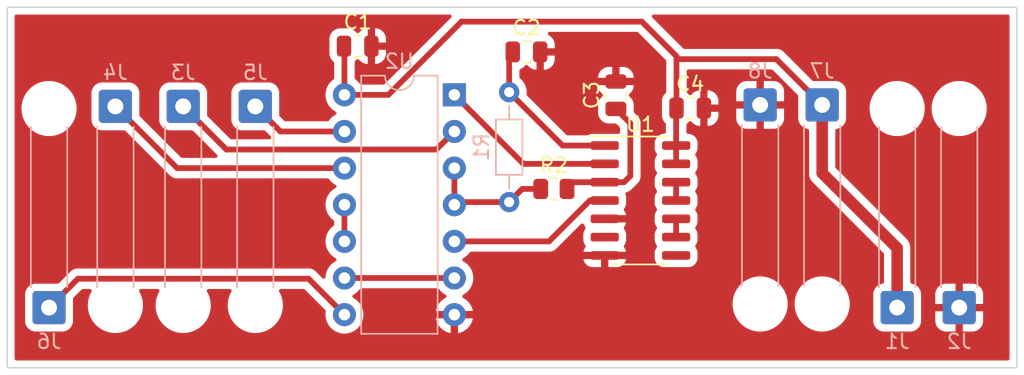
<source format=kicad_pcb>
(kicad_pcb (version 20211014) (generator pcbnew)
  (layers (0 "F.Cu" signal) (31 "B.Cu" signal) (34 "B.Paste" user) (35 "F.Paste" user) (36 "B.SilkS" user "B.Silkscreen") (37 "F.SilkS" user "F.Silkscreen") (38 "B.Mask" user) (39 "F.Mask" user) (44 "Edge.Cuts" user))
  (net 0 "")
  (net 1 "VCC")
  (net 2 "GND")
  (net 3 "Net-(U1-Pad1)")
  (net 4 "Net-(U1-Pad3)")
  (net 5 "Net-(U2-Pad2)")
  (net 6 "Net-(U2-Pad12)")
  (net 7 "Net-(U2-Pad13)")
  (net 8 "Net-(U2-Pad8)")
  (net 9 "Net-(U2-Pad3)")
  (net 10 "Net-(U2-Pad1)")
  (net 11 "Net-(U1-Pad4)")
  (net 14 "Net-(U2-Pad9)")
  (net 15 "Net-(U2-Pad10)")
  (net 16 "Net-(U1-Pad10)")
  (net 17 "Net-(U1-Pad12)")
  (footprint "Capacitor_SMD:C_0805_2012Metric" (layer "F.Cu") (at 160.3 65.7)
    (fp_text reference "C1" (at 0 -1.68) (layer "F.SilkS"))
    (fp_text value "0.1")
    (fp_line (start -0.261252 0.735) (end 0.261252 0.735) (layer "F.SilkS") (width 0.12))
    (fp_line (start -0.261252 -0.735) (end 0.261252 -0.735) (layer "F.SilkS") (width 0.12))
    (pad "1" smd roundrect (at -0.95 0) (size 1 1.45) (layers "F.Cu" "F.Paste" "F.Mask") (net 1 "VCC"))
    (pad "2" smd roundrect (at 0.95 0) (size 1 1.45) (layers "F.Cu" "F.Paste" "F.Mask") (net 2 "GND"))
  )
  (footprint "Capacitor_SMD:C_0805_2012Metric" (layer "F.Cu") (at 183.35 70)
    (fp_text reference "C4" (at 0 -1.68) (layer "F.SilkS"))
    (fp_text value "0.1")
    (fp_line (start -0.261252 -0.735) (end 0.261252 -0.735) (layer "F.SilkS") (width 0.12))
    (fp_line (start -0.261252 0.735) (end 0.261252 0.735) (layer "F.SilkS") (width 0.12))
    (pad "1" smd roundrect (at -0.95 0) (size 1 1.45) (layers "F.Cu" "F.Paste" "F.Mask") (net 1 "VCC"))
    (pad "2" smd roundrect (at 0.95 0) (size 1 1.45) (layers "F.Cu" "F.Paste" "F.Mask") (net 2 "GND"))
  )
  (footprint "Capacitor_SMD:C_0805_2012Metric" (layer "F.Cu") (at 172 66.1)
    (fp_text reference "C2" (at 0 -1.68) (layer "F.SilkS"))
    (fp_text value "0.1")
    (fp_line (start -0.261252 0.735) (end 0.261252 0.735) (layer "F.SilkS") (width 0.12))
    (fp_line (start -0.261252 -0.735) (end 0.261252 -0.735) (layer "F.SilkS") (width 0.12))
    (pad "1" smd roundrect (at -0.95 0) (size 1 1.45) (layers "F.Cu" "F.Paste" "F.Mask") (net 3 "Net-(U1-Pad1)"))
    (pad "2" smd roundrect (at 0.95 0) (size 1 1.45) (layers "F.Cu" "F.Paste" "F.Mask") (net 2 "GND"))
  )
  (footprint "Capacitor_SMD:C_0805_2012Metric" (layer "F.Cu") (at 178.2 69.1 90)
    (fp_text reference "C3" (at 0 -1.68 90) (layer "F.SilkS"))
    (fp_text value "330")
    (fp_line (start -0.261252 -0.735) (end 0.261252 -0.735) (layer "F.SilkS") (width 0.12))
    (fp_line (start -0.261252 0.735) (end 0.261252 0.735) (layer "F.SilkS") (width 0.12))
    (pad "1" smd roundrect (at -0.95 0 90) (size 1 1.45) (layers "F.Cu" "F.Paste" "F.Mask") (net 4 "Net-(U1-Pad3)"))
    (pad "2" smd roundrect (at 0.95 0 90) (size 1 1.45) (layers "F.Cu" "F.Paste" "F.Mask") (net 2 "GND"))
  )
  (footprint "Resistor_SMD:R_0805_2012Metric" (layer "F.Cu") (at 173.9 75.6)
    (fp_text reference "R2" (at 0 -1.65) (layer "F.SilkS"))
    (fp_text value "300")
    (fp_line (start -0.227064 0.735) (end 0.227064 0.735) (layer "F.SilkS") (width 0.12))
    (fp_line (start -0.227064 -0.735) (end 0.227064 -0.735) (layer "F.SilkS") (width 0.12))
    (pad "1" smd roundrect (at -0.9125 0) (size 1.025 1.4) (layers "F.Cu" "F.Paste" "F.Mask") (roundrect_rratio 0.243902439) (net 9 "Net-(U2-Pad3)"))
    (pad "2" smd roundrect (at 0.9125 0) (size 1.025 1.4) (layers "F.Cu" "F.Paste" "F.Mask") (roundrect_rratio 0.243902439) (net 4 "Net-(U1-Pad3)"))
  )
  (footprint "Package_SO:SOIC-14_3.9x8.7mm_P1.27mm" (layer "F.Cu") (at 179.9 76.4)
    (fp_text reference "U1" (at 0 -5.28) (layer "F.SilkS"))
    (fp_text value "74HC14")
    (fp_line (start 0 4.435) (end -1.95 4.435) (layer "F.SilkS") (width 0.12))
    (fp_line (start 0 -4.435) (end 1.95 -4.435) (layer "F.SilkS") (width 0.12))
    (fp_line (start 0 -4.435) (end -3.45 -4.435) (layer "F.SilkS") (width 0.12))
    (fp_line (start 0 4.435) (end 1.95 4.435) (layer "F.SilkS") (width 0.12))
    (pad "1" smd roundrect (at -2.475 -3.81) (size 1.95 0.6) (layers "F.Cu" "F.Paste" "F.Mask") (net 3 "Net-(U1-Pad1)"))
    (pad "2" smd roundrect (at -2.475 -2.54) (size 1.95 0.6) (layers "F.Cu" "F.Paste" "F.Mask") (net 10 "Net-(U2-Pad1)"))
    (pad "3" smd roundrect (at -2.475 -1.27) (size 1.95 0.6) (layers "F.Cu" "F.Paste" "F.Mask") (net 4 "Net-(U1-Pad3)"))
    (pad "4" smd roundrect (at -2.475 0) (size 1.95 0.6) (layers "F.Cu" "F.Paste" "F.Mask") (net 11 "Net-(U1-Pad4)"))
    (pad "5" smd roundrect (at -2.475 1.27) (size 1.95 0.6) (layers "F.Cu" "F.Paste" "F.Mask") (net 2 "GND"))
    (pad "6" smd roundrect (at -2.475 2.54) (size 1.95 0.6) (layers "F.Cu" "F.Paste" "F.Mask"))
    (pad "7" smd roundrect (at -2.475 3.81) (size 1.95 0.6) (layers "F.Cu" "F.Paste" "F.Mask") (net 2 "GND"))
    (pad "8" smd roundrect (at 2.475 3.81) (size 1.95 0.6) (layers "F.Cu" "F.Paste" "F.Mask"))
    (pad "9" smd roundrect (at 2.475 2.54) (size 1.95 0.6) (layers "F.Cu" "F.Paste" "F.Mask") (net 16 "Net-(U1-Pad10)"))
    (pad "10" smd roundrect (at 2.475 1.27) (size 1.95 0.6) (layers "F.Cu" "F.Paste" "F.Mask") (net 16 "Net-(U1-Pad10)"))
    (pad "11" smd roundrect (at 2.475 0) (size 1.95 0.6) (layers "F.Cu" "F.Paste" "F.Mask") (net 17 "Net-(U1-Pad12)"))
    (pad "12" smd roundrect (at 2.475 -1.27) (size 1.95 0.6) (layers "F.Cu" "F.Paste" "F.Mask") (net 17 "Net-(U1-Pad12)"))
    (pad "13" smd roundrect (at 2.475 -2.54) (size 1.95 0.6) (layers "F.Cu" "F.Paste" "F.Mask") (net 1 "VCC"))
    (pad "14" smd roundrect (at 2.475 -3.81) (size 1.95 0.6) (layers "F.Cu" "F.Paste" "F.Mask") (net 1 "VCC"))
  )
  (footprint "Connector_Wire:SolderWire-0.5sqmm_1x01_D0.9mm_OD2.3mm_Relief" (layer "B.Cu") (at 202 83.825)
    (fp_text reference "J2" (at 0 2.35) (layer "B.SilkS") (effects (justify mirror)))
    (fp_text value "gnd")
    (fp_line (start 1.26 -1.41) (end 1.26 -12.54) (layer "B.SilkS") (width 0.12))
    (fp_line (start -1.26 -1.41) (end -1.26 -12.54) (layer "B.SilkS") (width 0.12))
    (pad "" np_thru_hole circle (at 0 -13.8) (size 2.8 2.8) (drill 2.8) (layers *.Cu *.Mask))
    (pad "1" thru_hole roundrect (at 0 0) (size 2.3 2.3) (drill 1.1) (layers *.Cu *.Mask) (roundrect_rratio 0.108696087) (net 2 "GND"))
  )
  (footprint "Connector_Wire:SolderWire-0.5sqmm_1x01_D0.9mm_OD2.3mm_Relief" (layer "B.Cu") (at 148.2 69.875 180)
    (fp_text reference "J3" (at 0 2.35) (layer "B.SilkS") (effects (justify mirror)))
    (fp_text value "nlp_disa")
    (fp_line (start -1.26 -1.41) (end -1.26 -12.54) (layer "B.SilkS") (width 0.12))
    (fp_line (start 1.26 -1.41) (end 1.26 -12.54) (layer "B.SilkS") (width 0.12))
    (pad "" np_thru_hole circle (at 0 -13.8 180) (size 2.8 2.8) (drill 2.8) (layers *.Cu *.Mask))
    (pad "1" thru_hole roundrect (at 0 0 180) (size 2.3 2.3) (drill 1.1) (layers *.Cu *.Mask) (roundrect_rratio 0.108696087) (net 5 "Net-(U2-Pad2)"))
  )
  (footprint "Connector_Wire:SolderWire-0.5sqmm_1x01_D0.9mm_OD2.3mm_Relief" (layer "B.Cu") (at 143.5 69.875 180)
    (fp_text reference "J4" (at 0 2.35) (layer "B.SilkS") (effects (justify mirror)))
    (fp_text value "sck")
    (fp_line (start -1.26 -1.41) (end -1.26 -12.54) (layer "B.SilkS") (width 0.12))
    (fp_line (start 1.26 -1.41) (end 1.26 -12.54) (layer "B.SilkS") (width 0.12))
    (pad "" np_thru_hole circle (at 0 -13.8 180) (size 2.8 2.8) (drill 2.8) (layers *.Cu *.Mask))
    (pad "1" thru_hole roundrect (at 0 0 180) (size 2.3 2.3) (drill 1.1) (layers *.Cu *.Mask) (roundrect_rratio 0.108696087) (net 6 "Net-(U2-Pad12)"))
  )
  (footprint "Connector_Wire:SolderWire-0.5sqmm_1x01_D0.9mm_OD2.3mm_Relief" (layer "B.Cu") (at 192.5 69.775 180)
    (fp_text reference "J7" (at 0 2.35) (layer "B.SilkS") (effects (justify mirror)))
    (fp_text value "vcc")
    (fp_line (start 1.26 -1.41) (end 1.26 -12.54) (layer "B.SilkS") (width 0.12))
    (fp_line (start -1.26 -1.41) (end -1.26 -12.54) (layer "B.SilkS") (width 0.12))
    (pad "" np_thru_hole circle (at 0 -13.8 180) (size 2.8 2.8) (drill 2.8) (layers *.Cu *.Mask))
    (pad "1" thru_hole roundrect (at 0 0 180) (size 2.3 2.3) (drill 1.1) (layers *.Cu *.Mask) (roundrect_rratio 0.108696087) (net 1 "VCC"))
  )
  (footprint "Connector_Wire:SolderWire-0.5sqmm_1x01_D0.9mm_OD2.3mm_Relief" (layer "B.Cu") (at 153.2 69.875 180)
    (fp_text reference "J5" (at 0 2.35) (layer "B.SilkS") (effects (justify mirror)))
    (fp_text value "mosi")
    (fp_line (start -1.26 -1.41) (end -1.26 -12.54) (layer "B.SilkS") (width 0.12))
    (fp_line (start 1.26 -1.41) (end 1.26 -12.54) (layer "B.SilkS") (width 0.12))
    (pad "" np_thru_hole circle (at 0 -13.8 180) (size 2.8 2.8) (drill 2.8) (layers *.Cu *.Mask))
    (pad "1" thru_hole roundrect (at 0 0 180) (size 2.3 2.3) (drill 1.1) (layers *.Cu *.Mask) (roundrect_rratio 0.108696087) (net 7 "Net-(U2-Pad13)"))
  )
  (footprint "Package_DIP:DIP-14_W7.62mm" (layer "B.Cu") (at 167 69.075 180)
    (fp_text reference "U2" (at 3.81 2.33) (layer "B.SilkS") (effects (justify mirror)))
    (fp_text value "74HCT86")
    (fp_line (start 1.16 1.33) (end 1.16 -16.57) (layer "B.SilkS") (width 0.12))
    (fp_line (start 6.46 -16.57) (end 6.46 1.33) (layer "B.SilkS") (width 0.12))
    (fp_line (start 2.81 1.33) (end 1.16 1.33) (layer "B.SilkS") (width 0.12))
    (fp_line (start 6.46 1.33) (end 4.81 1.33) (layer "B.SilkS") (width 0.12))
    (fp_line (start 1.16 -16.57) (end 6.46 -16.57) (layer "B.SilkS") (width 0.12))
    (fp_arc (start 2.81 1.33) (mid 3.81 0.33) (end 4.81 1.33) (layer "B.SilkS") (width 0.12))
    (pad "1" thru_hole rect (at 0 0 180) (size 1.6 1.6) (drill 0.8) (layers *.Cu *.Mask) (net 10 "Net-(U2-Pad1)"))
    (pad "2" thru_hole oval (at 0 -2.54 180) (size 1.6 1.6) (drill 0.8) (layers *.Cu *.Mask) (net 5 "Net-(U2-Pad2)"))
    (pad "3" thru_hole oval (at 0 -5.08 180) (size 1.6 1.6) (drill 0.8) (layers *.Cu *.Mask) (net 9 "Net-(U2-Pad3)"))
    (pad "4" thru_hole oval (at 0 -7.62 180) (size 1.6 1.6) (drill 0.8) (layers *.Cu *.Mask) (net 9 "Net-(U2-Pad3)"))
    (pad "5" thru_hole oval (at 0 -10.16 180) (size 1.6 1.6) (drill 0.8) (layers *.Cu *.Mask) (net 11 "Net-(U1-Pad4)"))
    (pad "6" thru_hole oval (at 0 -12.7 180) (size 1.6 1.6) (drill 0.8) (layers *.Cu *.Mask) (net 14 "Net-(U2-Pad9)"))
    (pad "7" thru_hole oval (at 0 -15.24 180) (size 1.6 1.6) (drill 0.8) (layers *.Cu *.Mask) (net 2 "GND"))
    (pad "8" thru_hole oval (at 7.62 -15.24 180) (size 1.6 1.6) (drill 0.8) (layers *.Cu *.Mask) (net 8 "Net-(U2-Pad8)"))
    (pad "9" thru_hole oval (at 7.62 -12.7 180) (size 1.6 1.6) (drill 0.8) (layers *.Cu *.Mask) (net 14 "Net-(U2-Pad9)"))
    (pad "10" thru_hole oval (at 7.62 -10.16 180) (size 1.6 1.6) (drill 0.8) (layers *.Cu *.Mask) (net 15 "Net-(U2-Pad10)"))
    (pad "11" thru_hole oval (at 7.62 -7.62 180) (size 1.6 1.6) (drill 0.8) (layers *.Cu *.Mask) (net 15 "Net-(U2-Pad10)"))
    (pad "12" thru_hole oval (at 7.62 -5.08 180) (size 1.6 1.6) (drill 0.8) (layers *.Cu *.Mask) (net 6 "Net-(U2-Pad12)"))
    (pad "13" thru_hole oval (at 7.62 -2.54 180) (size 1.6 1.6) (drill 0.8) (layers *.Cu *.Mask) (net 7 "Net-(U2-Pad13)"))
    (pad "14" thru_hole oval (at 7.62 0 180) (size 1.6 1.6) (drill 0.8) (layers *.Cu *.Mask) (net 1 "VCC"))
  )
  (footprint "Resistor_THT:R_Axial_DIN0204_L3.6mm_D1.6mm_P7.62mm_Horizontal" (layer "B.Cu") (at 170.8 68.89 -90)
    (fp_text reference "R1" (at 3.81 1.92 90) (layer "B.SilkS") (effects (justify mirror)))
    (fp_text value "500k")
    (fp_line (start 5.73 -0.92) (end 5.73 0.92) (layer "B.SilkS") (width 0.12))
    (fp_line (start 5.73 0.92) (end 1.89 0.92) (layer "B.SilkS") (width 0.12))
    (fp_line (start 1.89 0.92) (end 1.89 -0.92) (layer "B.SilkS") (width 0.12))
    (fp_line (start 0.94 0) (end 1.89 0) (layer "B.SilkS") (width 0.12))
    (fp_line (start 1.89 -0.92) (end 5.73 -0.92) (layer "B.SilkS") (width 0.12))
    (fp_line (start 6.68 0) (end 5.73 0) (layer "B.SilkS") (width 0.12))
    (pad "1" thru_hole circle (at 0 0 270) (size 1.4 1.4) (drill 0.7) (layers *.Cu *.Mask) (net 3 "Net-(U1-Pad1)"))
    (pad "2" thru_hole oval (at 7.62 0 270) (size 1.4 1.4) (drill 0.7) (layers *.Cu *.Mask) (net 9 "Net-(U2-Pad3)"))
  )
  (footprint "Connector_Wire:SolderWire-0.5sqmm_1x01_D0.9mm_OD2.3mm_Relief" (layer "B.Cu") (at 138.9 83.825)
    (fp_text reference "J6" (at 0 2.35) (layer "B.SilkS") (effects (justify mirror)))
    (fp_text value "out")
    (fp_line (start 1.26 -1.41) (end 1.26 -12.54) (layer "B.SilkS") (width 0.12))
    (fp_line (start -1.26 -1.41) (end -1.26 -12.54) (layer "B.SilkS") (width 0.12))
    (pad "" np_thru_hole circle (at 0 -13.8) (size 2.8 2.8) (drill 2.8) (layers *.Cu *.Mask))
    (pad "1" thru_hole roundrect (at 0 0) (size 2.3 2.3) (drill 1.1) (layers *.Cu *.Mask) (roundrect_rratio 0.108696087) (net 8 "Net-(U2-Pad8)"))
  )
  (footprint "Connector_Wire:SolderWire-0.5sqmm_1x01_D0.9mm_OD2.3mm_Relief" (layer "B.Cu") (at 188.2 69.775 180)
    (fp_text reference "J8" (at 0 2.35) (layer "B.SilkS") (effects (justify mirror)))
    (fp_text value "gnd")
    (fp_line (start 1.26 -1.41) (end 1.26 -12.54) (layer "B.SilkS") (width 0.12))
    (fp_line (start -1.26 -1.41) (end -1.26 -12.54) (layer "B.SilkS") (width 0.12))
    (pad "" np_thru_hole circle (at 0 -13.8 180) (size 2.8 2.8) (drill 2.8) (layers *.Cu *.Mask))
    (pad "1" thru_hole roundrect (at 0 0 180) (size 2.3 2.3) (drill 1.1) (layers *.Cu *.Mask) (roundrect_rratio 0.108696087) (net 2 "GND"))
  )
  (footprint "Connector_Wire:SolderWire-0.5sqmm_1x01_D0.9mm_OD2.3mm_Relief" (layer "B.Cu") (at 197.7 83.825)
    (fp_text reference "J1" (at 0 2.35) (layer "B.SilkS") (effects (justify mirror)))
    (fp_text value "vcc")
    (fp_line (start 1.26 -1.41) (end 1.26 -12.54) (layer "B.SilkS") (width 0.12))
    (fp_line (start -1.26 -1.41) (end -1.26 -12.54) (layer "B.SilkS") (width 0.12))
    (pad "" np_thru_hole circle (at 0 -13.8) (size 2.8 2.8) (drill 2.8) (layers *.Cu *.Mask))
    (pad "1" thru_hole roundrect (at 0 0) (size 2.3 2.3) (drill 1.1) (layers *.Cu *.Mask) (roundrect_rratio 0.108696087) (net 1 "VCC"))
  )
  (gr_rect (start 136 88) (end 206 63) (layer "Edge.Cuts") (width 0.1) (fill none))
  (segment (start 192.5 69.775) (end 189.325 66.6) (width 0.4) (layer "F.Cu") (net 1))
  (segment (start 180 64) (end 182.4 66.4) (width 0.4) (layer "F.Cu") (net 1))
  (segment (start 192.5 74.5) (end 192.5 69.775) (width 0.8) (layer "F.Cu") (net 1))
  (segment (start 182.375 72.59) (end 182.375 70.025) (width 0.4) (layer "F.Cu") (net 1))
  (segment (start 182.4 66.4) (end 182.4 66.6) (width 0.4) (layer "F.Cu") (net 1))
  (segment (start 159.38 65.73) (end 159.35 65.7) (width 0.4) (layer "F.Cu") (net 1))
  (segment (start 182.375 72.59) (end 182.375 73.86) (width 0.4) (layer "F.Cu") (net 1))
  (segment (start 182.4 66.6) (end 182.4 70) (width 0.4) (layer "F.Cu") (net 1))
  (segment (start 197.7 83.825) (end 197.7 79.7) (width 0.8) (layer "F.Cu") (net 1))
  (segment (start 159.38 69.075) (end 162.425 69.075) (width 0.4) (layer "F.Cu") (net 1))
  (segment (start 182.375 70.025) (end 182.4 70) (width 0.4) (layer "F.Cu") (net 1))
  (segment (start 159.38 69.075) (end 159.38 65.73) (width 0.4) (layer "F.Cu") (net 1))
  (segment (start 167.5 64) (end 180 64) (width 0.4) (layer "F.Cu") (net 1))
  (segment (start 189.325 66.6) (end 182.4 66.6) (width 0.4) (layer "F.Cu") (net 1))
  (segment (start 197.7 79.7) (end 192.5 74.5) (width 0.8) (layer "F.Cu") (net 1))
  (segment (start 162.425 69.075) (end 167.5 64) (width 0.4) (layer "F.Cu") (net 1))
  (segment (start 170.8 66.35) (end 171.05 66.1) (width 0.4) (layer "F.Cu") (net 3))
  (segment (start 177.425 72.59) (end 174.5 72.59) (width 0.4) (layer "F.Cu") (net 3))
  (segment (start 174.5 72.59) (end 170.8 68.89) (width 0.4) (layer "F.Cu") (net 3))
  (segment (start 170.8 68.89) (end 170.8 66.35) (width 0.4) (layer "F.Cu") (net 3))
  (segment (start 177.425 75.13) (end 178.77 75.13) (width 0.4) (layer "F.Cu") (net 4))
  (segment (start 178.77 75.13) (end 179.2 74.7) (width 0.4) (layer "F.Cu") (net 4))
  (segment (start 177.425 75.13) (end 175.2825 75.13) (width 0.4) (layer "F.Cu") (net 4))
  (segment (start 179.2 74.7) (end 179.2 71.05) (width 0.4) (layer "F.Cu") (net 4))
  (segment (start 179.2 71.05) (end 178.2 70.05) (width 0.4) (layer "F.Cu") (net 4))
  (segment (start 175.2825 75.13) (end 174.8125 75.6) (width 0.4) (layer "F.Cu") (net 4))
  (segment (start 167 71.615) (end 165.75 72.865) (width 0.4) (layer "F.Cu") (net 5))
  (segment (start 151.19 72.865) (end 148.2 69.875) (width 0.4) (layer "F.Cu") (net 5))
  (segment (start 165.75 72.865) (end 151.19 72.865) (width 0.4) (layer "F.Cu") (net 5))
  (segment (start 143.5 69.875) (end 147.78 74.155) (width 0.4) (layer "F.Cu") (net 6))
  (segment (start 147.78 74.155) (end 159.38 74.155) (width 0.4) (layer "F.Cu") (net 6))
  (segment (start 153.2 69.875) (end 154.94 71.615) (width 0.4) (layer "F.Cu") (net 7))
  (segment (start 154.94 71.615) (end 159.38 71.615) (width 0.4) (layer "F.Cu") (net 7))
  (segment (start 140.900001 81.824999) (end 156.889999 81.824999) (width 0.4) (layer "F.Cu") (net 8))
  (segment (start 156.889999 81.824999) (end 159.38 84.315) (width 0.4) (layer "F.Cu") (net 8))
  (segment (start 138.9 83.825) (end 140.900001 81.824999) (width 0.4) (layer "F.Cu") (net 8))
  (segment (start 171.71 75.6) (end 170.8 76.51) (width 0.4) (layer "F.Cu") (net 9))
  (segment (start 167 76.695) (end 167 74.155) (width 0.4) (layer "F.Cu") (net 9))
  (segment (start 172.9875 75.6) (end 171.71 75.6) (width 0.4) (layer "F.Cu") (net 9))
  (segment (start 170.8 76.51) (end 167.185 76.51) (width 0.4) (layer "F.Cu") (net 9))
  (segment (start 167.185 76.51) (end 167 76.695) (width 0.4) (layer "F.Cu") (net 9))
  (segment (start 171.785 73.86) (end 177.425 73.86) (width 0.4) (layer "F.Cu") (net 10))
  (segment (start 167 69.075) (end 171.785 73.86) (width 0.4) (layer "F.Cu") (net 10))
  (segment (start 167 79.235) (end 173.565 79.235) (width 0.4) (layer "F.Cu") (net 11))
  (segment (start 176.4 76.4) (end 177.425 76.4) (width 0.4) (layer "F.Cu") (net 11))
  (segment (start 173.565 79.235) (end 176.4 76.4) (width 0.4) (layer "F.Cu") (net 11))
  (segment (start 159.38 81.775) (end 167 81.775) (width 0.4) (layer "F.Cu") (net 14))
  (segment (start 159.38 76.695) (end 159.38 79.235) (width 0.4) (layer "F.Cu") (net 15))
  (segment (start 182.375 77.67) (end 182.375 78.94) (width 0.4) (layer "F.Cu") (net 16))
  (segment (start 182.375 75.13) (end 182.375 76.4) (width 0.4) (layer "F.Cu") (net 17))
  (zone (net 2) (net_name "GND") (layer "F.Cu") (connect_pads (clearance 0.508)) (min_thickness 0.254) (fill yes (thermal_gap 0.508) (thermal_bridge_width 0.508))
    (polygon (pts (xy 206.5 88.5) (xy 135.5 88.5) (xy 135.5 62.5) (xy 206.5 62.5)))
  )
)
</source>
